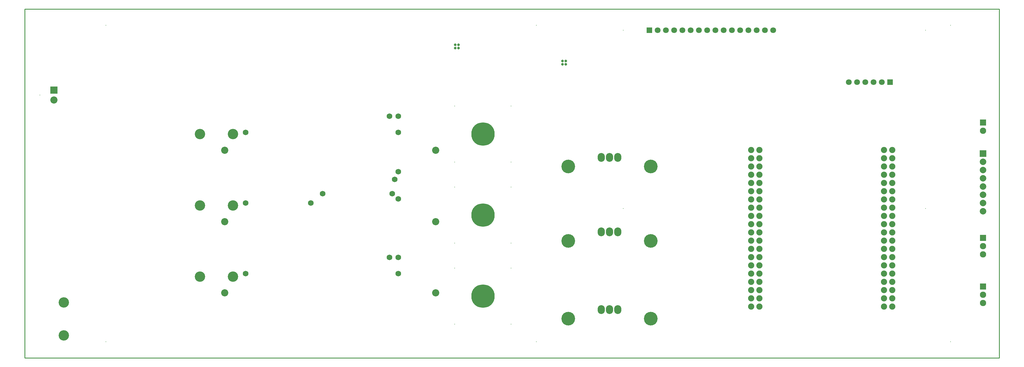
<source format=gbs>
G04 Layer_Color=16711935*
%FSLAX43Y43*%
%MOMM*%
G71*
G01*
G75*
%ADD36C,0.254*%
%ADD96O,2.203X2.703*%
%ADD97C,0.203*%
%ADD98C,7.203*%
%ADD99C,1.727*%
%ADD100C,2.203*%
%ADD101C,3.203*%
%ADD102C,1.803*%
%ADD103R,1.803X1.803*%
%ADD106C,1.903*%
%ADD107R,1.953X1.953*%
%ADD108C,1.953*%
%ADD109C,4.203*%
%ADD110R,0.203X0.203*%
%ADD111R,2.203X2.203*%
%ADD112C,2.003*%
%ADD113R,2.003X2.003*%
%ADD114C,0.803*%
D36*
X0Y0D02*
X300000D01*
Y107500D01*
X0D02*
X300000D01*
X0Y0D02*
Y107500D01*
D96*
X182550Y14900D02*
D03*
X180000D02*
D03*
X177450D02*
D03*
X182550Y61800D02*
D03*
X180000D02*
D03*
X177450D02*
D03*
Y38800D02*
D03*
X180000D02*
D03*
X182550D02*
D03*
D97*
X132350Y52650D02*
D03*
X149650Y35350D02*
D03*
Y52650D02*
D03*
X132350Y35350D02*
D03*
Y10350D02*
D03*
X149650Y27650D02*
D03*
Y10350D02*
D03*
X132350Y27650D02*
D03*
X25000Y5000D02*
D03*
X184250Y46000D02*
D03*
X132350Y60350D02*
D03*
X149650Y77650D02*
D03*
Y60350D02*
D03*
X132350Y77650D02*
D03*
X25000Y102500D02*
D03*
X157500D02*
D03*
X285000D02*
D03*
Y5000D02*
D03*
X157500Y5000D02*
D03*
X184250Y101000D02*
D03*
X277250D02*
D03*
X277270Y46000D02*
D03*
D98*
X141000Y44000D02*
D03*
Y19000D02*
D03*
Y69000D02*
D03*
D99*
X68000Y26000D02*
D03*
X115000Y31000D02*
D03*
Y26000D02*
D03*
X112250Y31000D02*
D03*
X91680Y50570D02*
D03*
X115000Y57380D02*
D03*
X113120Y50570D02*
D03*
X113880Y54970D02*
D03*
X115000Y49000D02*
D03*
X68000Y47700D02*
D03*
X88000D02*
D03*
X112250Y74500D02*
D03*
X115000Y69500D02*
D03*
Y74500D02*
D03*
X68000Y69500D02*
D03*
D100*
X61500Y20000D02*
D03*
X126500D02*
D03*
X9000Y79500D02*
D03*
X61500Y64000D02*
D03*
X126500D02*
D03*
X61500Y42000D02*
D03*
X126500D02*
D03*
D101*
X53920Y25000D02*
D03*
X64080D02*
D03*
X12000Y6920D02*
D03*
Y17080D02*
D03*
X53920Y69000D02*
D03*
X64080D02*
D03*
X53920Y47000D02*
D03*
X64080D02*
D03*
D102*
X253650Y85000D02*
D03*
X258730D02*
D03*
X263810D02*
D03*
X261270D02*
D03*
X256190D02*
D03*
X227810Y101000D02*
D03*
X222730D02*
D03*
X215110D02*
D03*
X210030D02*
D03*
X204950D02*
D03*
X199870D02*
D03*
X194790D02*
D03*
X197330D02*
D03*
X202410D02*
D03*
X207490D02*
D03*
X212570D02*
D03*
X217650D02*
D03*
X220190D02*
D03*
X225270D02*
D03*
X230350D02*
D03*
D103*
X266350Y85000D02*
D03*
X192250Y101000D02*
D03*
D106*
X223560Y64100D02*
D03*
Y61560D02*
D03*
Y59020D02*
D03*
Y56480D02*
D03*
Y53940D02*
D03*
Y51400D02*
D03*
Y48860D02*
D03*
Y46320D02*
D03*
Y43780D02*
D03*
Y41240D02*
D03*
Y38700D02*
D03*
Y36160D02*
D03*
Y33620D02*
D03*
Y31080D02*
D03*
Y28540D02*
D03*
Y26000D02*
D03*
Y23460D02*
D03*
Y20920D02*
D03*
Y18380D02*
D03*
Y15840D02*
D03*
X226100Y64100D02*
D03*
Y61560D02*
D03*
Y59020D02*
D03*
Y56480D02*
D03*
Y53940D02*
D03*
Y51400D02*
D03*
Y48860D02*
D03*
Y46320D02*
D03*
Y43780D02*
D03*
Y41240D02*
D03*
Y38700D02*
D03*
Y36160D02*
D03*
Y33620D02*
D03*
Y31080D02*
D03*
Y28540D02*
D03*
Y26000D02*
D03*
Y23460D02*
D03*
Y20920D02*
D03*
Y18380D02*
D03*
Y15840D02*
D03*
X267000D02*
D03*
Y18380D02*
D03*
Y20920D02*
D03*
Y23460D02*
D03*
Y26000D02*
D03*
Y28540D02*
D03*
Y31080D02*
D03*
Y33620D02*
D03*
Y36160D02*
D03*
Y38700D02*
D03*
Y41240D02*
D03*
Y43780D02*
D03*
Y46320D02*
D03*
Y48860D02*
D03*
Y51400D02*
D03*
Y53940D02*
D03*
Y56480D02*
D03*
Y59020D02*
D03*
Y61560D02*
D03*
Y64100D02*
D03*
X264460Y15840D02*
D03*
Y18380D02*
D03*
Y20920D02*
D03*
Y23460D02*
D03*
Y26000D02*
D03*
Y28540D02*
D03*
Y31080D02*
D03*
Y33620D02*
D03*
Y36160D02*
D03*
Y38700D02*
D03*
Y41240D02*
D03*
Y43780D02*
D03*
Y46320D02*
D03*
Y48860D02*
D03*
Y51400D02*
D03*
Y53940D02*
D03*
Y56480D02*
D03*
Y59020D02*
D03*
Y61560D02*
D03*
Y64100D02*
D03*
D107*
X295000Y37000D02*
D03*
Y72500D02*
D03*
Y22000D02*
D03*
D108*
Y34460D02*
D03*
Y31920D02*
D03*
Y69960D02*
D03*
Y16920D02*
D03*
Y19460D02*
D03*
D109*
X167300Y59000D02*
D03*
X192700D02*
D03*
X167300Y12100D02*
D03*
X192700D02*
D03*
X167300Y36000D02*
D03*
X192700D02*
D03*
D110*
X4680Y81000D02*
D03*
D111*
X9000Y82500D02*
D03*
D112*
X295000Y45220D02*
D03*
Y47760D02*
D03*
Y50300D02*
D03*
Y52840D02*
D03*
Y55380D02*
D03*
Y57920D02*
D03*
Y60460D02*
D03*
D113*
Y63000D02*
D03*
D114*
X166500Y90500D02*
D03*
X165500D02*
D03*
X166500Y91500D02*
D03*
X165500D02*
D03*
X132500Y96500D02*
D03*
X133500D02*
D03*
X132500Y95500D02*
D03*
X133500D02*
D03*
M02*

</source>
